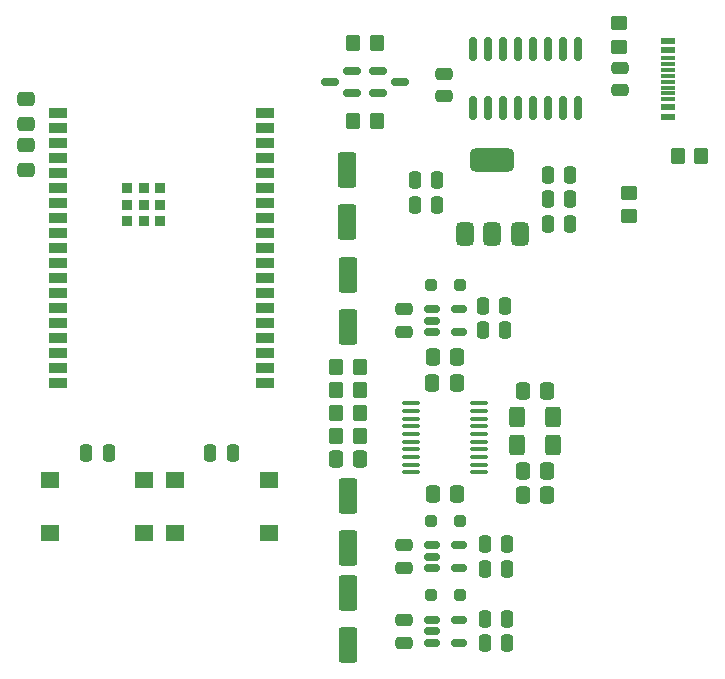
<source format=gbr>
%TF.GenerationSoftware,KiCad,Pcbnew,8.0.0*%
%TF.CreationDate,2024-06-17T16:53:13+02:00*%
%TF.ProjectId,Lucaudio_esp32,4c756361-7564-4696-9f5f-65737033322e,rev?*%
%TF.SameCoordinates,Original*%
%TF.FileFunction,Paste,Top*%
%TF.FilePolarity,Positive*%
%FSLAX46Y46*%
G04 Gerber Fmt 4.6, Leading zero omitted, Abs format (unit mm)*
G04 Created by KiCad (PCBNEW 8.0.0) date 2024-06-17 16:53:13*
%MOMM*%
%LPD*%
G01*
G04 APERTURE LIST*
G04 Aperture macros list*
%AMRoundRect*
0 Rectangle with rounded corners*
0 $1 Rounding radius*
0 $2 $3 $4 $5 $6 $7 $8 $9 X,Y pos of 4 corners*
0 Add a 4 corners polygon primitive as box body*
4,1,4,$2,$3,$4,$5,$6,$7,$8,$9,$2,$3,0*
0 Add four circle primitives for the rounded corners*
1,1,$1+$1,$2,$3*
1,1,$1+$1,$4,$5*
1,1,$1+$1,$6,$7*
1,1,$1+$1,$8,$9*
0 Add four rect primitives between the rounded corners*
20,1,$1+$1,$2,$3,$4,$5,0*
20,1,$1+$1,$4,$5,$6,$7,0*
20,1,$1+$1,$6,$7,$8,$9,0*
20,1,$1+$1,$8,$9,$2,$3,0*%
G04 Aperture macros list end*
%ADD10RoundRect,0.250000X-0.337500X-0.475000X0.337500X-0.475000X0.337500X0.475000X-0.337500X0.475000X0*%
%ADD11RoundRect,0.250000X-0.250000X-0.475000X0.250000X-0.475000X0.250000X0.475000X-0.250000X0.475000X0*%
%ADD12RoundRect,0.250000X0.337500X0.475000X-0.337500X0.475000X-0.337500X-0.475000X0.337500X-0.475000X0*%
%ADD13RoundRect,0.250000X-0.475000X0.250000X-0.475000X-0.250000X0.475000X-0.250000X0.475000X0.250000X0*%
%ADD14R,1.500000X0.900000*%
%ADD15R,0.900000X0.900000*%
%ADD16RoundRect,0.250000X-0.250000X-0.250000X0.250000X-0.250000X0.250000X0.250000X-0.250000X0.250000X0*%
%ADD17RoundRect,0.250000X-0.350000X-0.450000X0.350000X-0.450000X0.350000X0.450000X-0.350000X0.450000X0*%
%ADD18RoundRect,0.250000X0.475000X-0.250000X0.475000X0.250000X-0.475000X0.250000X-0.475000X-0.250000X0*%
%ADD19RoundRect,0.150000X-0.512500X-0.150000X0.512500X-0.150000X0.512500X0.150000X-0.512500X0.150000X0*%
%ADD20RoundRect,0.250000X-0.450000X0.350000X-0.450000X-0.350000X0.450000X-0.350000X0.450000X0.350000X0*%
%ADD21RoundRect,0.250000X0.475000X-0.337500X0.475000X0.337500X-0.475000X0.337500X-0.475000X-0.337500X0*%
%ADD22RoundRect,0.375000X0.375000X-0.625000X0.375000X0.625000X-0.375000X0.625000X-0.375000X-0.625000X0*%
%ADD23RoundRect,0.500000X1.400000X-0.500000X1.400000X0.500000X-1.400000X0.500000X-1.400000X-0.500000X0*%
%ADD24RoundRect,0.250000X-0.550000X1.250000X-0.550000X-1.250000X0.550000X-1.250000X0.550000X1.250000X0*%
%ADD25RoundRect,0.250000X0.250000X0.475000X-0.250000X0.475000X-0.250000X-0.475000X0.250000X-0.475000X0*%
%ADD26RoundRect,0.150000X0.587500X0.150000X-0.587500X0.150000X-0.587500X-0.150000X0.587500X-0.150000X0*%
%ADD27RoundRect,0.250000X-0.400000X-0.625000X0.400000X-0.625000X0.400000X0.625000X-0.400000X0.625000X0*%
%ADD28RoundRect,0.150000X-0.587500X-0.150000X0.587500X-0.150000X0.587500X0.150000X-0.587500X0.150000X0*%
%ADD29R,1.240000X0.600000*%
%ADD30R,1.240000X0.300000*%
%ADD31R,1.600000X1.400000*%
%ADD32RoundRect,0.250000X0.450000X-0.350000X0.450000X0.350000X-0.450000X0.350000X-0.450000X-0.350000X0*%
%ADD33RoundRect,0.250000X-0.475000X0.337500X-0.475000X-0.337500X0.475000X-0.337500X0.475000X0.337500X0*%
%ADD34RoundRect,0.250000X0.350000X0.450000X-0.350000X0.450000X-0.350000X-0.450000X0.350000X-0.450000X0*%
%ADD35RoundRect,0.150000X-0.150000X0.825000X-0.150000X-0.825000X0.150000X-0.825000X0.150000X0.825000X0*%
%ADD36RoundRect,0.100000X0.637500X0.100000X-0.637500X0.100000X-0.637500X-0.100000X0.637500X-0.100000X0*%
G04 APERTURE END LIST*
D10*
%TO.C,C31*%
X148085900Y-109169200D03*
X150160900Y-109169200D03*
%TD*%
D11*
%TO.C,C17*%
X138927800Y-86715600D03*
X140827800Y-86715600D03*
%TD*%
D12*
%TO.C,C26*%
X134336700Y-108204000D03*
X132261700Y-108204000D03*
%TD*%
D13*
%TO.C,C7*%
X137998200Y-95530500D03*
X137998200Y-97430500D03*
%TD*%
D11*
%TO.C,C14*%
X150230800Y-88265000D03*
X152130800Y-88265000D03*
%TD*%
D14*
%TO.C,U1*%
X108750400Y-78867000D03*
X108750400Y-80137000D03*
X108750400Y-81407000D03*
X108750400Y-82677000D03*
X108750400Y-83947000D03*
X108750400Y-85217000D03*
X108750400Y-86487000D03*
X108750400Y-87757000D03*
X108750400Y-89027000D03*
X108750400Y-90297000D03*
X108750400Y-91567000D03*
X108750400Y-92837000D03*
X108750400Y-94107000D03*
X108750400Y-95377000D03*
X108750400Y-96647000D03*
X108750400Y-97917000D03*
X108750400Y-99187000D03*
X108750400Y-100457000D03*
X108750400Y-101727000D03*
X126250400Y-101727000D03*
X126250400Y-100457000D03*
X126250400Y-99187000D03*
X126250400Y-97917000D03*
X126250400Y-96647000D03*
X126250400Y-95377000D03*
X126250400Y-94107000D03*
X126250400Y-92837000D03*
X126250400Y-91567000D03*
X126250400Y-90297000D03*
X126250400Y-89027000D03*
X126250400Y-87757000D03*
X126250400Y-86487000D03*
X126250400Y-85217000D03*
X126250400Y-83947000D03*
X126250400Y-82677000D03*
X126250400Y-81407000D03*
X126250400Y-80137000D03*
X126250400Y-78867000D03*
D15*
X114595400Y-85262000D03*
X114600400Y-86662000D03*
X114600400Y-88062000D03*
X116000400Y-85262000D03*
X116000400Y-86662000D03*
X116000400Y-88062000D03*
X117400400Y-85262000D03*
X117400400Y-86662000D03*
X117400400Y-88062000D03*
%TD*%
D16*
%TO.C,D1*%
X140304200Y-93432500D03*
X142804200Y-93432500D03*
%TD*%
D17*
%TO.C,R3*%
X133709200Y-72950800D03*
X135709200Y-72950800D03*
%TD*%
D18*
%TO.C,C10*%
X156299200Y-76948800D03*
X156299200Y-75048800D03*
%TD*%
D19*
%TO.C,U7*%
X140416700Y-121833600D03*
X140416700Y-122783600D03*
X140416700Y-123733600D03*
X142691700Y-123733600D03*
X142691700Y-121833600D03*
%TD*%
D20*
%TO.C,R1*%
X156269500Y-71279700D03*
X156269500Y-73279700D03*
%TD*%
D21*
%TO.C,C19*%
X106019600Y-79828300D03*
X106019600Y-77753300D03*
%TD*%
D22*
%TO.C,U5*%
X143216600Y-89179800D03*
X145516600Y-89179800D03*
D23*
X145516600Y-82879800D03*
D22*
X147816600Y-89179800D03*
%TD*%
D11*
%TO.C,C6*%
X144896800Y-121700000D03*
X146796800Y-121700000D03*
%TD*%
D12*
%TO.C,C30*%
X150160900Y-102412800D03*
X148085900Y-102412800D03*
%TD*%
D24*
%TO.C,C25*%
X133273800Y-92643600D03*
X133273800Y-97043600D03*
%TD*%
D11*
%TO.C,C2*%
X144719000Y-95275400D03*
X146619000Y-95275400D03*
%TD*%
D25*
%TO.C,C13*%
X123538700Y-107696000D03*
X121638700Y-107696000D03*
%TD*%
D26*
%TO.C,Q2*%
X133614700Y-77202800D03*
X133614700Y-75302800D03*
X131739700Y-76252800D03*
%TD*%
D27*
%TO.C,R11*%
X147573400Y-104597200D03*
X150673400Y-104597200D03*
%TD*%
D12*
%TO.C,C23*%
X142515500Y-101777800D03*
X140440500Y-101777800D03*
%TD*%
D28*
%TO.C,Q1*%
X135803700Y-75302800D03*
X135803700Y-77202800D03*
X137678700Y-76252800D03*
%TD*%
D12*
%TO.C,C22*%
X150160900Y-111226600D03*
X148085900Y-111226600D03*
%TD*%
D24*
%TO.C,C21*%
X133248400Y-83728200D03*
X133248400Y-88128200D03*
%TD*%
D25*
%TO.C,C12*%
X113040200Y-107696000D03*
X111140200Y-107696000D03*
%TD*%
D11*
%TO.C,C5*%
X144896800Y-123800000D03*
X146796800Y-123800000D03*
%TD*%
%TO.C,C16*%
X150230800Y-84175600D03*
X152130800Y-84175600D03*
%TD*%
D29*
%TO.C,J1*%
X160389200Y-79196800D03*
X160389200Y-78396800D03*
D30*
X160389200Y-77746800D03*
X160389200Y-76746800D03*
X160389200Y-75246800D03*
X160389200Y-74246800D03*
D29*
X160389200Y-73596800D03*
X160389200Y-72796800D03*
X160389200Y-72796800D03*
X160389200Y-73596800D03*
D30*
X160389200Y-74746800D03*
X160389200Y-75746800D03*
X160389200Y-76246800D03*
X160389200Y-77246800D03*
D29*
X160389200Y-78396800D03*
X160389200Y-79196800D03*
%TD*%
D17*
%TO.C,R9*%
X132299200Y-106222800D03*
X134299200Y-106222800D03*
%TD*%
D16*
%TO.C,D3*%
X140304200Y-119735600D03*
X142804200Y-119735600D03*
%TD*%
D31*
%TO.C,SW1*%
X116039400Y-114467200D03*
X108039400Y-114467200D03*
X116039400Y-109967200D03*
X108039400Y-109967200D03*
%TD*%
D13*
%TO.C,C8*%
X138023600Y-117409000D03*
X138023600Y-115509000D03*
%TD*%
D32*
%TO.C,R5*%
X157073600Y-87639400D03*
X157073600Y-85639400D03*
%TD*%
D24*
%TO.C,C29*%
X133299200Y-119550000D03*
X133299200Y-123950000D03*
%TD*%
D12*
%TO.C,C28*%
X142540900Y-111150400D03*
X140465900Y-111150400D03*
%TD*%
D11*
%TO.C,C4*%
X144896800Y-115392200D03*
X146796800Y-115392200D03*
%TD*%
D17*
%TO.C,R7*%
X132299200Y-102362000D03*
X134299200Y-102362000D03*
%TD*%
D24*
%TO.C,C27*%
X133299200Y-111363400D03*
X133299200Y-115763400D03*
%TD*%
D27*
%TO.C,R10*%
X147573400Y-106984800D03*
X150673400Y-106984800D03*
%TD*%
D17*
%TO.C,R6*%
X132299200Y-104292400D03*
X134299200Y-104292400D03*
%TD*%
D11*
%TO.C,C18*%
X138927800Y-84607400D03*
X140827800Y-84607400D03*
%TD*%
D19*
%TO.C,U4*%
X140416700Y-95530500D03*
X140416700Y-96480500D03*
X140416700Y-97430500D03*
X142691700Y-97430500D03*
X142691700Y-95530500D03*
%TD*%
D11*
%TO.C,C15*%
X150230800Y-86207600D03*
X152130800Y-86207600D03*
%TD*%
D33*
%TO.C,C20*%
X106019600Y-81639500D03*
X106019600Y-83714500D03*
%TD*%
D34*
%TO.C,R2*%
X163204400Y-82499200D03*
X161204400Y-82499200D03*
%TD*%
D31*
%TO.C,SW2*%
X126614100Y-114441800D03*
X118614100Y-114441800D03*
X126614100Y-109941800D03*
X118614100Y-109941800D03*
%TD*%
D34*
%TO.C,R4*%
X135709200Y-79554800D03*
X133709200Y-79554800D03*
%TD*%
D13*
%TO.C,C9*%
X138023600Y-123733600D03*
X138023600Y-121833600D03*
%TD*%
D17*
%TO.C,R8*%
X132299200Y-100406200D03*
X134299200Y-100406200D03*
%TD*%
D35*
%TO.C,U3*%
X152730200Y-73521800D03*
X151460200Y-73521800D03*
X150190200Y-73521800D03*
X148920200Y-73521800D03*
X147650200Y-73521800D03*
X146380200Y-73521800D03*
X145110200Y-73521800D03*
X143840200Y-73521800D03*
X143840200Y-78471800D03*
X145110200Y-78471800D03*
X146380200Y-78471800D03*
X147650200Y-78471800D03*
X148920200Y-78471800D03*
X150190200Y-78471800D03*
X151460200Y-78471800D03*
X152730200Y-78471800D03*
%TD*%
D12*
%TO.C,C24*%
X142540900Y-99593400D03*
X140465900Y-99593400D03*
%TD*%
D11*
%TO.C,C1*%
X144719000Y-97300000D03*
X146619000Y-97300000D03*
%TD*%
%TO.C,C3*%
X144896800Y-117500400D03*
X146796800Y-117500400D03*
%TD*%
D13*
%TO.C,C11*%
X141427200Y-75554800D03*
X141427200Y-77454800D03*
%TD*%
D16*
%TO.C,D2*%
X140304200Y-113411000D03*
X142804200Y-113411000D03*
%TD*%
D36*
%TO.C,U2*%
X144381600Y-109325600D03*
X144381600Y-108675600D03*
X144381600Y-108025600D03*
X144381600Y-107375600D03*
X144381600Y-106725600D03*
X144381600Y-106075600D03*
X144381600Y-105425600D03*
X144381600Y-104775600D03*
X144381600Y-104125600D03*
X144381600Y-103475600D03*
X138656600Y-103475600D03*
X138656600Y-104125600D03*
X138656600Y-104775600D03*
X138656600Y-105425600D03*
X138656600Y-106075600D03*
X138656600Y-106725600D03*
X138656600Y-107375600D03*
X138656600Y-108025600D03*
X138656600Y-108675600D03*
X138656600Y-109325600D03*
%TD*%
D19*
%TO.C,U6*%
X140416700Y-115509000D03*
X140416700Y-116459000D03*
X140416700Y-117409000D03*
X142691700Y-117409000D03*
X142691700Y-115509000D03*
%TD*%
M02*

</source>
